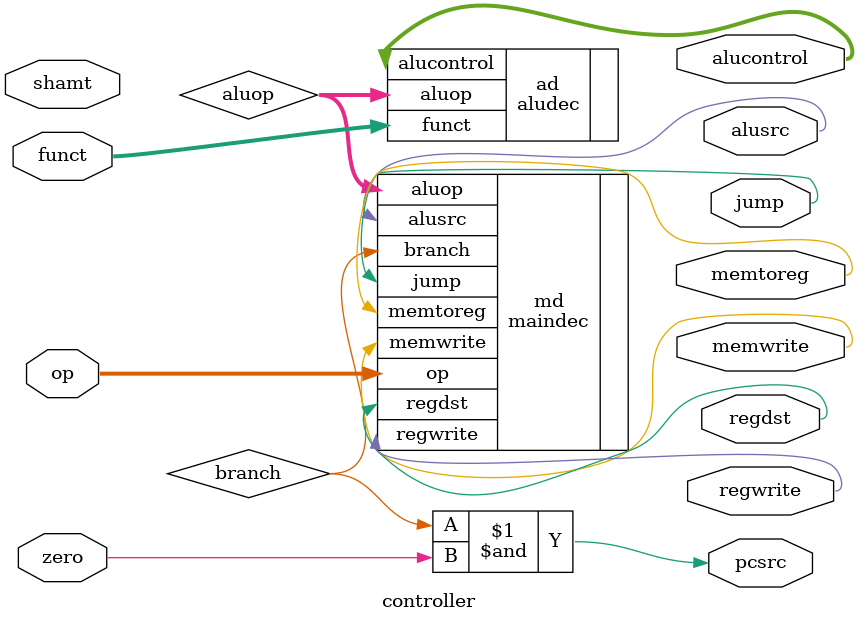
<source format=v>
`timescale 1ns / 1ps


module controller(
    input [5:0] op, funct,
    input zero,
    output memtoreg, memwrite,
    output pcsrc, alusrc,
    output regdst, regwrite,
    output jump,
    output [5:0] alucontrol,
    input [4:0] shamt
);
    wire [1:0] aluop;
    wire branch;

    // Main decoder
    maindec md(
        .op(op),
        .memtoreg(memtoreg),
        .memwrite(memwrite),
        .branch(branch),
        .alusrc(alusrc),
        .regdst(regdst),
        .regwrite(regwrite),
        .jump(jump),
        .aluop(aluop)
    );

    // ALU decoder
    aludec ad(
        .funct(funct),
        .aluop(aluop),
        .alucontrol(alucontrol)
    );

    // Branch decision logic
    assign pcsrc = branch & zero;
endmodule

</source>
